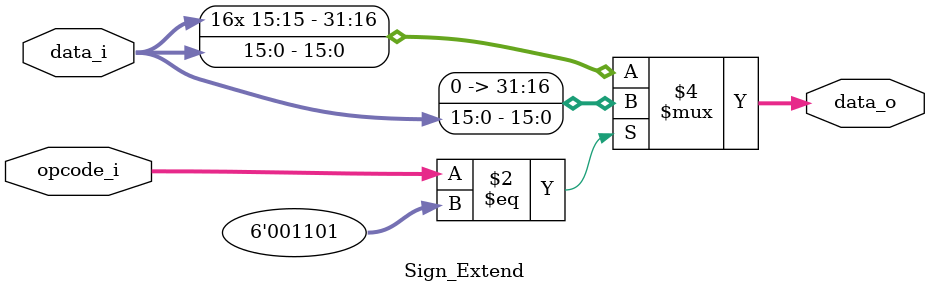
<source format=v>


module Sign_Extend(
    data_i,
    opcode_i,
    data_o
    );

//I/O ports
input   [16-1:0] data_i;
input   [6-1:0]  opcode_i;
output  [32-1:0] data_o;

//Internal Signals
reg     [32-1:0] data_o;
integer i;

//Sign extended
always @(*)begin
    if(opcode_i==6'b001101) begin
        data_o={ 16'b0, data_i[15:0]};
    end
    else begin
        data_o={ {16{data_i[15]}}, data_i[15:0]};
    end
end
endmodule

</source>
